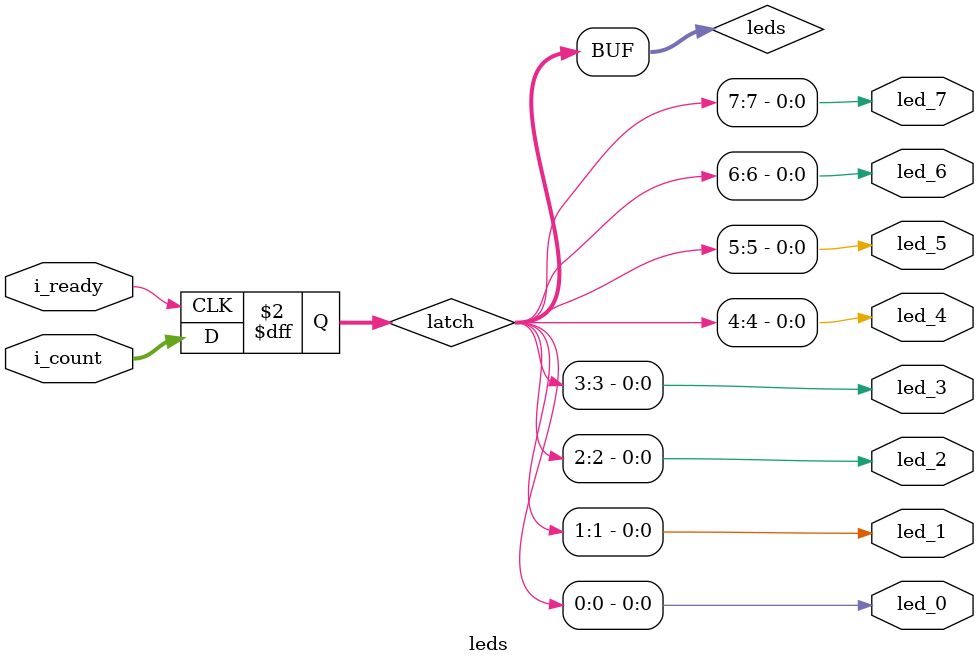
<source format=v>

module leds (
    input i_ready,
    input [7:0] i_count,
    output led_0,
    output led_1,
    output led_2,
    output led_3,
    output led_4,
    output led_5,
    output led_6,
    output led_7
);

    reg [7:0] latch;
    wire [7:0] leds;
    
    assign leds = latch;
    
    always @ (posedge i_ready) begin
        latch <= i_count;
    end

    assign led_0 = leds[0];
    assign led_1 = leds[1];
    assign led_2 = leds[2];
    assign led_3 = leds[3];
    assign led_4 = leds[4];
    assign led_5 = leds[5];
    assign led_6 = leds[6];
    assign led_7 = leds[7];
    
endmodule

</source>
